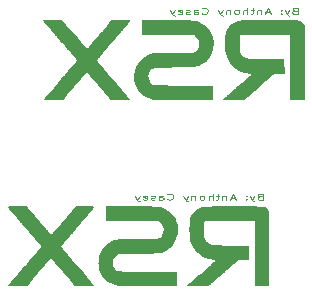
<source format=gbr>
%TF.GenerationSoftware,KiCad,Pcbnew,8.0.3*%
%TF.CreationDate,2025-09-30T21:19:19-04:00*%
%TF.ProjectId,NewHallSensorsLimitSwitches,4e657748-616c-46c5-9365-6e736f72734c,rev?*%
%TF.SameCoordinates,Original*%
%TF.FileFunction,Legend,Bot*%
%TF.FilePolarity,Positive*%
%FSLAX46Y46*%
G04 Gerber Fmt 4.6, Leading zero omitted, Abs format (unit mm)*
G04 Created by KiCad (PCBNEW 8.0.3) date 2025-09-30 21:19:19*
%MOMM*%
%LPD*%
G01*
G04 APERTURE LIST*
%ADD10C,0.125000*%
%ADD11C,0.000000*%
G04 APERTURE END LIST*
D10*
X174729763Y-124427904D02*
X174615477Y-124451714D01*
X174615477Y-124451714D02*
X174577382Y-124475523D01*
X174577382Y-124475523D02*
X174539286Y-124523142D01*
X174539286Y-124523142D02*
X174539286Y-124594571D01*
X174539286Y-124594571D02*
X174577382Y-124642190D01*
X174577382Y-124642190D02*
X174615477Y-124666000D01*
X174615477Y-124666000D02*
X174691667Y-124689809D01*
X174691667Y-124689809D02*
X174996429Y-124689809D01*
X174996429Y-124689809D02*
X174996429Y-124189809D01*
X174996429Y-124189809D02*
X174729763Y-124189809D01*
X174729763Y-124189809D02*
X174653572Y-124213619D01*
X174653572Y-124213619D02*
X174615477Y-124237428D01*
X174615477Y-124237428D02*
X174577382Y-124285047D01*
X174577382Y-124285047D02*
X174577382Y-124332666D01*
X174577382Y-124332666D02*
X174615477Y-124380285D01*
X174615477Y-124380285D02*
X174653572Y-124404095D01*
X174653572Y-124404095D02*
X174729763Y-124427904D01*
X174729763Y-124427904D02*
X174996429Y-124427904D01*
X174272620Y-124356476D02*
X174082144Y-124689809D01*
X173891667Y-124356476D02*
X174082144Y-124689809D01*
X174082144Y-124689809D02*
X174158334Y-124808857D01*
X174158334Y-124808857D02*
X174196429Y-124832666D01*
X174196429Y-124832666D02*
X174272620Y-124856476D01*
X173586905Y-124642190D02*
X173548810Y-124666000D01*
X173548810Y-124666000D02*
X173586905Y-124689809D01*
X173586905Y-124689809D02*
X173625001Y-124666000D01*
X173625001Y-124666000D02*
X173586905Y-124642190D01*
X173586905Y-124642190D02*
X173586905Y-124689809D01*
X173586905Y-124380285D02*
X173548810Y-124404095D01*
X173548810Y-124404095D02*
X173586905Y-124427904D01*
X173586905Y-124427904D02*
X173625001Y-124404095D01*
X173625001Y-124404095D02*
X173586905Y-124380285D01*
X173586905Y-124380285D02*
X173586905Y-124427904D01*
X172634525Y-124546952D02*
X172253572Y-124546952D01*
X172710715Y-124689809D02*
X172444048Y-124189809D01*
X172444048Y-124189809D02*
X172177382Y-124689809D01*
X171910715Y-124356476D02*
X171910715Y-124689809D01*
X171910715Y-124404095D02*
X171872620Y-124380285D01*
X171872620Y-124380285D02*
X171796430Y-124356476D01*
X171796430Y-124356476D02*
X171682144Y-124356476D01*
X171682144Y-124356476D02*
X171605953Y-124380285D01*
X171605953Y-124380285D02*
X171567858Y-124427904D01*
X171567858Y-124427904D02*
X171567858Y-124689809D01*
X171301191Y-124356476D02*
X170996429Y-124356476D01*
X171186905Y-124189809D02*
X171186905Y-124618380D01*
X171186905Y-124618380D02*
X171148810Y-124666000D01*
X171148810Y-124666000D02*
X171072620Y-124689809D01*
X171072620Y-124689809D02*
X170996429Y-124689809D01*
X170729762Y-124689809D02*
X170729762Y-124189809D01*
X170386905Y-124689809D02*
X170386905Y-124427904D01*
X170386905Y-124427904D02*
X170425000Y-124380285D01*
X170425000Y-124380285D02*
X170501191Y-124356476D01*
X170501191Y-124356476D02*
X170615477Y-124356476D01*
X170615477Y-124356476D02*
X170691667Y-124380285D01*
X170691667Y-124380285D02*
X170729762Y-124404095D01*
X169891667Y-124689809D02*
X169967857Y-124666000D01*
X169967857Y-124666000D02*
X170005952Y-124642190D01*
X170005952Y-124642190D02*
X170044048Y-124594571D01*
X170044048Y-124594571D02*
X170044048Y-124451714D01*
X170044048Y-124451714D02*
X170005952Y-124404095D01*
X170005952Y-124404095D02*
X169967857Y-124380285D01*
X169967857Y-124380285D02*
X169891667Y-124356476D01*
X169891667Y-124356476D02*
X169777381Y-124356476D01*
X169777381Y-124356476D02*
X169701190Y-124380285D01*
X169701190Y-124380285D02*
X169663095Y-124404095D01*
X169663095Y-124404095D02*
X169625000Y-124451714D01*
X169625000Y-124451714D02*
X169625000Y-124594571D01*
X169625000Y-124594571D02*
X169663095Y-124642190D01*
X169663095Y-124642190D02*
X169701190Y-124666000D01*
X169701190Y-124666000D02*
X169777381Y-124689809D01*
X169777381Y-124689809D02*
X169891667Y-124689809D01*
X169282142Y-124356476D02*
X169282142Y-124689809D01*
X169282142Y-124404095D02*
X169244047Y-124380285D01*
X169244047Y-124380285D02*
X169167857Y-124356476D01*
X169167857Y-124356476D02*
X169053571Y-124356476D01*
X169053571Y-124356476D02*
X168977380Y-124380285D01*
X168977380Y-124380285D02*
X168939285Y-124427904D01*
X168939285Y-124427904D02*
X168939285Y-124689809D01*
X168634523Y-124356476D02*
X168444047Y-124689809D01*
X168253570Y-124356476D02*
X168444047Y-124689809D01*
X168444047Y-124689809D02*
X168520237Y-124808857D01*
X168520237Y-124808857D02*
X168558332Y-124832666D01*
X168558332Y-124832666D02*
X168634523Y-124856476D01*
X166882141Y-124642190D02*
X166920237Y-124666000D01*
X166920237Y-124666000D02*
X167034522Y-124689809D01*
X167034522Y-124689809D02*
X167110713Y-124689809D01*
X167110713Y-124689809D02*
X167224999Y-124666000D01*
X167224999Y-124666000D02*
X167301189Y-124618380D01*
X167301189Y-124618380D02*
X167339284Y-124570761D01*
X167339284Y-124570761D02*
X167377380Y-124475523D01*
X167377380Y-124475523D02*
X167377380Y-124404095D01*
X167377380Y-124404095D02*
X167339284Y-124308857D01*
X167339284Y-124308857D02*
X167301189Y-124261238D01*
X167301189Y-124261238D02*
X167224999Y-124213619D01*
X167224999Y-124213619D02*
X167110713Y-124189809D01*
X167110713Y-124189809D02*
X167034522Y-124189809D01*
X167034522Y-124189809D02*
X166920237Y-124213619D01*
X166920237Y-124213619D02*
X166882141Y-124237428D01*
X166196427Y-124689809D02*
X166196427Y-124427904D01*
X166196427Y-124427904D02*
X166234522Y-124380285D01*
X166234522Y-124380285D02*
X166310713Y-124356476D01*
X166310713Y-124356476D02*
X166463094Y-124356476D01*
X166463094Y-124356476D02*
X166539284Y-124380285D01*
X166196427Y-124666000D02*
X166272618Y-124689809D01*
X166272618Y-124689809D02*
X166463094Y-124689809D01*
X166463094Y-124689809D02*
X166539284Y-124666000D01*
X166539284Y-124666000D02*
X166577380Y-124618380D01*
X166577380Y-124618380D02*
X166577380Y-124570761D01*
X166577380Y-124570761D02*
X166539284Y-124523142D01*
X166539284Y-124523142D02*
X166463094Y-124499333D01*
X166463094Y-124499333D02*
X166272618Y-124499333D01*
X166272618Y-124499333D02*
X166196427Y-124475523D01*
X165853570Y-124666000D02*
X165777379Y-124689809D01*
X165777379Y-124689809D02*
X165624998Y-124689809D01*
X165624998Y-124689809D02*
X165548808Y-124666000D01*
X165548808Y-124666000D02*
X165510712Y-124618380D01*
X165510712Y-124618380D02*
X165510712Y-124594571D01*
X165510712Y-124594571D02*
X165548808Y-124546952D01*
X165548808Y-124546952D02*
X165624998Y-124523142D01*
X165624998Y-124523142D02*
X165739284Y-124523142D01*
X165739284Y-124523142D02*
X165815474Y-124499333D01*
X165815474Y-124499333D02*
X165853570Y-124451714D01*
X165853570Y-124451714D02*
X165853570Y-124427904D01*
X165853570Y-124427904D02*
X165815474Y-124380285D01*
X165815474Y-124380285D02*
X165739284Y-124356476D01*
X165739284Y-124356476D02*
X165624998Y-124356476D01*
X165624998Y-124356476D02*
X165548808Y-124380285D01*
X164863093Y-124666000D02*
X164939284Y-124689809D01*
X164939284Y-124689809D02*
X165091665Y-124689809D01*
X165091665Y-124689809D02*
X165167855Y-124666000D01*
X165167855Y-124666000D02*
X165205951Y-124618380D01*
X165205951Y-124618380D02*
X165205951Y-124427904D01*
X165205951Y-124427904D02*
X165167855Y-124380285D01*
X165167855Y-124380285D02*
X165091665Y-124356476D01*
X165091665Y-124356476D02*
X164939284Y-124356476D01*
X164939284Y-124356476D02*
X164863093Y-124380285D01*
X164863093Y-124380285D02*
X164824998Y-124427904D01*
X164824998Y-124427904D02*
X164824998Y-124475523D01*
X164824998Y-124475523D02*
X165205951Y-124523142D01*
X164558332Y-124356476D02*
X164367856Y-124689809D01*
X164177379Y-124356476D02*
X164367856Y-124689809D01*
X164367856Y-124689809D02*
X164444046Y-124808857D01*
X164444046Y-124808857D02*
X164482141Y-124832666D01*
X164482141Y-124832666D02*
X164558332Y-124856476D01*
X177684763Y-108702904D02*
X177570477Y-108726714D01*
X177570477Y-108726714D02*
X177532382Y-108750523D01*
X177532382Y-108750523D02*
X177494286Y-108798142D01*
X177494286Y-108798142D02*
X177494286Y-108869571D01*
X177494286Y-108869571D02*
X177532382Y-108917190D01*
X177532382Y-108917190D02*
X177570477Y-108941000D01*
X177570477Y-108941000D02*
X177646667Y-108964809D01*
X177646667Y-108964809D02*
X177951429Y-108964809D01*
X177951429Y-108964809D02*
X177951429Y-108464809D01*
X177951429Y-108464809D02*
X177684763Y-108464809D01*
X177684763Y-108464809D02*
X177608572Y-108488619D01*
X177608572Y-108488619D02*
X177570477Y-108512428D01*
X177570477Y-108512428D02*
X177532382Y-108560047D01*
X177532382Y-108560047D02*
X177532382Y-108607666D01*
X177532382Y-108607666D02*
X177570477Y-108655285D01*
X177570477Y-108655285D02*
X177608572Y-108679095D01*
X177608572Y-108679095D02*
X177684763Y-108702904D01*
X177684763Y-108702904D02*
X177951429Y-108702904D01*
X177227620Y-108631476D02*
X177037144Y-108964809D01*
X176846667Y-108631476D02*
X177037144Y-108964809D01*
X177037144Y-108964809D02*
X177113334Y-109083857D01*
X177113334Y-109083857D02*
X177151429Y-109107666D01*
X177151429Y-109107666D02*
X177227620Y-109131476D01*
X176541905Y-108917190D02*
X176503810Y-108941000D01*
X176503810Y-108941000D02*
X176541905Y-108964809D01*
X176541905Y-108964809D02*
X176580001Y-108941000D01*
X176580001Y-108941000D02*
X176541905Y-108917190D01*
X176541905Y-108917190D02*
X176541905Y-108964809D01*
X176541905Y-108655285D02*
X176503810Y-108679095D01*
X176503810Y-108679095D02*
X176541905Y-108702904D01*
X176541905Y-108702904D02*
X176580001Y-108679095D01*
X176580001Y-108679095D02*
X176541905Y-108655285D01*
X176541905Y-108655285D02*
X176541905Y-108702904D01*
X175589525Y-108821952D02*
X175208572Y-108821952D01*
X175665715Y-108964809D02*
X175399048Y-108464809D01*
X175399048Y-108464809D02*
X175132382Y-108964809D01*
X174865715Y-108631476D02*
X174865715Y-108964809D01*
X174865715Y-108679095D02*
X174827620Y-108655285D01*
X174827620Y-108655285D02*
X174751430Y-108631476D01*
X174751430Y-108631476D02*
X174637144Y-108631476D01*
X174637144Y-108631476D02*
X174560953Y-108655285D01*
X174560953Y-108655285D02*
X174522858Y-108702904D01*
X174522858Y-108702904D02*
X174522858Y-108964809D01*
X174256191Y-108631476D02*
X173951429Y-108631476D01*
X174141905Y-108464809D02*
X174141905Y-108893380D01*
X174141905Y-108893380D02*
X174103810Y-108941000D01*
X174103810Y-108941000D02*
X174027620Y-108964809D01*
X174027620Y-108964809D02*
X173951429Y-108964809D01*
X173684762Y-108964809D02*
X173684762Y-108464809D01*
X173341905Y-108964809D02*
X173341905Y-108702904D01*
X173341905Y-108702904D02*
X173380000Y-108655285D01*
X173380000Y-108655285D02*
X173456191Y-108631476D01*
X173456191Y-108631476D02*
X173570477Y-108631476D01*
X173570477Y-108631476D02*
X173646667Y-108655285D01*
X173646667Y-108655285D02*
X173684762Y-108679095D01*
X172846667Y-108964809D02*
X172922857Y-108941000D01*
X172922857Y-108941000D02*
X172960952Y-108917190D01*
X172960952Y-108917190D02*
X172999048Y-108869571D01*
X172999048Y-108869571D02*
X172999048Y-108726714D01*
X172999048Y-108726714D02*
X172960952Y-108679095D01*
X172960952Y-108679095D02*
X172922857Y-108655285D01*
X172922857Y-108655285D02*
X172846667Y-108631476D01*
X172846667Y-108631476D02*
X172732381Y-108631476D01*
X172732381Y-108631476D02*
X172656190Y-108655285D01*
X172656190Y-108655285D02*
X172618095Y-108679095D01*
X172618095Y-108679095D02*
X172580000Y-108726714D01*
X172580000Y-108726714D02*
X172580000Y-108869571D01*
X172580000Y-108869571D02*
X172618095Y-108917190D01*
X172618095Y-108917190D02*
X172656190Y-108941000D01*
X172656190Y-108941000D02*
X172732381Y-108964809D01*
X172732381Y-108964809D02*
X172846667Y-108964809D01*
X172237142Y-108631476D02*
X172237142Y-108964809D01*
X172237142Y-108679095D02*
X172199047Y-108655285D01*
X172199047Y-108655285D02*
X172122857Y-108631476D01*
X172122857Y-108631476D02*
X172008571Y-108631476D01*
X172008571Y-108631476D02*
X171932380Y-108655285D01*
X171932380Y-108655285D02*
X171894285Y-108702904D01*
X171894285Y-108702904D02*
X171894285Y-108964809D01*
X171589523Y-108631476D02*
X171399047Y-108964809D01*
X171208570Y-108631476D02*
X171399047Y-108964809D01*
X171399047Y-108964809D02*
X171475237Y-109083857D01*
X171475237Y-109083857D02*
X171513332Y-109107666D01*
X171513332Y-109107666D02*
X171589523Y-109131476D01*
X169837141Y-108917190D02*
X169875237Y-108941000D01*
X169875237Y-108941000D02*
X169989522Y-108964809D01*
X169989522Y-108964809D02*
X170065713Y-108964809D01*
X170065713Y-108964809D02*
X170179999Y-108941000D01*
X170179999Y-108941000D02*
X170256189Y-108893380D01*
X170256189Y-108893380D02*
X170294284Y-108845761D01*
X170294284Y-108845761D02*
X170332380Y-108750523D01*
X170332380Y-108750523D02*
X170332380Y-108679095D01*
X170332380Y-108679095D02*
X170294284Y-108583857D01*
X170294284Y-108583857D02*
X170256189Y-108536238D01*
X170256189Y-108536238D02*
X170179999Y-108488619D01*
X170179999Y-108488619D02*
X170065713Y-108464809D01*
X170065713Y-108464809D02*
X169989522Y-108464809D01*
X169989522Y-108464809D02*
X169875237Y-108488619D01*
X169875237Y-108488619D02*
X169837141Y-108512428D01*
X169151427Y-108964809D02*
X169151427Y-108702904D01*
X169151427Y-108702904D02*
X169189522Y-108655285D01*
X169189522Y-108655285D02*
X169265713Y-108631476D01*
X169265713Y-108631476D02*
X169418094Y-108631476D01*
X169418094Y-108631476D02*
X169494284Y-108655285D01*
X169151427Y-108941000D02*
X169227618Y-108964809D01*
X169227618Y-108964809D02*
X169418094Y-108964809D01*
X169418094Y-108964809D02*
X169494284Y-108941000D01*
X169494284Y-108941000D02*
X169532380Y-108893380D01*
X169532380Y-108893380D02*
X169532380Y-108845761D01*
X169532380Y-108845761D02*
X169494284Y-108798142D01*
X169494284Y-108798142D02*
X169418094Y-108774333D01*
X169418094Y-108774333D02*
X169227618Y-108774333D01*
X169227618Y-108774333D02*
X169151427Y-108750523D01*
X168808570Y-108941000D02*
X168732379Y-108964809D01*
X168732379Y-108964809D02*
X168579998Y-108964809D01*
X168579998Y-108964809D02*
X168503808Y-108941000D01*
X168503808Y-108941000D02*
X168465712Y-108893380D01*
X168465712Y-108893380D02*
X168465712Y-108869571D01*
X168465712Y-108869571D02*
X168503808Y-108821952D01*
X168503808Y-108821952D02*
X168579998Y-108798142D01*
X168579998Y-108798142D02*
X168694284Y-108798142D01*
X168694284Y-108798142D02*
X168770474Y-108774333D01*
X168770474Y-108774333D02*
X168808570Y-108726714D01*
X168808570Y-108726714D02*
X168808570Y-108702904D01*
X168808570Y-108702904D02*
X168770474Y-108655285D01*
X168770474Y-108655285D02*
X168694284Y-108631476D01*
X168694284Y-108631476D02*
X168579998Y-108631476D01*
X168579998Y-108631476D02*
X168503808Y-108655285D01*
X167818093Y-108941000D02*
X167894284Y-108964809D01*
X167894284Y-108964809D02*
X168046665Y-108964809D01*
X168046665Y-108964809D02*
X168122855Y-108941000D01*
X168122855Y-108941000D02*
X168160951Y-108893380D01*
X168160951Y-108893380D02*
X168160951Y-108702904D01*
X168160951Y-108702904D02*
X168122855Y-108655285D01*
X168122855Y-108655285D02*
X168046665Y-108631476D01*
X168046665Y-108631476D02*
X167894284Y-108631476D01*
X167894284Y-108631476D02*
X167818093Y-108655285D01*
X167818093Y-108655285D02*
X167779998Y-108702904D01*
X167779998Y-108702904D02*
X167779998Y-108750523D01*
X167779998Y-108750523D02*
X168160951Y-108798142D01*
X167513332Y-108631476D02*
X167322856Y-108964809D01*
X167132379Y-108631476D02*
X167322856Y-108964809D01*
X167322856Y-108964809D02*
X167399046Y-109083857D01*
X167399046Y-109083857D02*
X167437141Y-109107666D01*
X167437141Y-109107666D02*
X167513332Y-109131476D01*
D11*
%TO.C,G\u002A\u002A\u002A*%
G36*
X164088846Y-125276381D02*
G01*
X164351052Y-125276421D01*
X164589587Y-125276534D01*
X164805736Y-125276760D01*
X165000780Y-125277138D01*
X165176002Y-125277705D01*
X165332686Y-125278501D01*
X165472115Y-125279564D01*
X165595571Y-125280933D01*
X165704338Y-125282647D01*
X165799699Y-125284744D01*
X165882936Y-125287263D01*
X165955332Y-125290243D01*
X166018171Y-125293722D01*
X166072735Y-125297739D01*
X166120308Y-125302333D01*
X166162173Y-125307543D01*
X166199611Y-125313406D01*
X166233907Y-125319962D01*
X166266344Y-125327250D01*
X166298204Y-125335308D01*
X166330770Y-125344175D01*
X166365326Y-125353889D01*
X166388892Y-125360655D01*
X166548030Y-125413587D01*
X166695529Y-125477033D01*
X166839777Y-125554994D01*
X166989162Y-125651471D01*
X167143727Y-125767842D01*
X167287146Y-125899064D01*
X167411120Y-126041026D01*
X167519082Y-126197689D01*
X167614465Y-126373015D01*
X167670941Y-126502077D01*
X167727290Y-126672284D01*
X167766899Y-126852604D01*
X167790597Y-127047021D01*
X167799215Y-127259520D01*
X167798488Y-127339035D01*
X167780980Y-127575955D01*
X167740473Y-127800463D01*
X167677035Y-128012396D01*
X167590731Y-128211591D01*
X167481630Y-128397884D01*
X167349798Y-128571113D01*
X167195303Y-128731114D01*
X167152619Y-128769289D01*
X166983134Y-128899199D01*
X166796787Y-129011095D01*
X166596368Y-129103812D01*
X166384668Y-129176186D01*
X166164477Y-129227055D01*
X165938586Y-129255254D01*
X165937355Y-129255340D01*
X165903248Y-129256761D01*
X165844895Y-129258158D01*
X165764200Y-129259513D01*
X165663069Y-129260814D01*
X165543407Y-129262045D01*
X165407121Y-129263192D01*
X165256115Y-129264240D01*
X165092295Y-129265175D01*
X164917568Y-129265981D01*
X164733838Y-129266644D01*
X164543010Y-129267150D01*
X164346992Y-129267484D01*
X164180056Y-129267760D01*
X163981335Y-129268284D01*
X163793240Y-129268996D01*
X163617336Y-129269881D01*
X163455187Y-129270924D01*
X163308357Y-129272111D01*
X163178409Y-129273428D01*
X163066908Y-129274860D01*
X162975417Y-129276393D01*
X162905502Y-129278012D01*
X162858725Y-129279703D01*
X162836650Y-129281451D01*
X162737659Y-129307408D01*
X162621707Y-129359825D01*
X162521341Y-129433310D01*
X162436214Y-129528132D01*
X162365975Y-129644561D01*
X162336267Y-129712870D01*
X162297481Y-129849536D01*
X162281263Y-129992372D01*
X162287600Y-130136644D01*
X162316482Y-130277620D01*
X162367895Y-130410567D01*
X162382014Y-130437251D01*
X162439236Y-130522220D01*
X162509986Y-130601777D01*
X162587744Y-130669204D01*
X162665992Y-130717784D01*
X162667454Y-130718493D01*
X162685324Y-130727338D01*
X162701723Y-130735445D01*
X162717806Y-130742845D01*
X162734730Y-130749570D01*
X162753650Y-130755654D01*
X162775721Y-130761128D01*
X162802100Y-130766024D01*
X162833943Y-130770375D01*
X162872404Y-130774213D01*
X162918640Y-130777571D01*
X162973807Y-130780479D01*
X163039060Y-130782972D01*
X163115555Y-130785080D01*
X163204448Y-130786837D01*
X163306895Y-130788275D01*
X163424051Y-130789425D01*
X163557072Y-130790320D01*
X163707113Y-130790993D01*
X163875332Y-130791475D01*
X164062882Y-130791799D01*
X164270921Y-130791998D01*
X164500603Y-130792102D01*
X164753085Y-130792146D01*
X165029522Y-130792160D01*
X165331070Y-130792177D01*
X167744333Y-130792405D01*
X167744333Y-131403108D01*
X167744333Y-132013812D01*
X165409871Y-132013676D01*
X165313821Y-132013664D01*
X164988819Y-132013517D01*
X164686027Y-132013210D01*
X164405781Y-132012745D01*
X164148421Y-132012124D01*
X163914285Y-132011347D01*
X163703710Y-132010418D01*
X163517034Y-132009338D01*
X163354596Y-132008110D01*
X163216734Y-132006734D01*
X163103786Y-132005213D01*
X163016091Y-132003548D01*
X162953985Y-132001743D01*
X162917808Y-131999797D01*
X162744811Y-131978703D01*
X162517216Y-131931553D01*
X162301257Y-131863943D01*
X162098691Y-131776660D01*
X161911273Y-131670490D01*
X161740758Y-131546220D01*
X161588903Y-131404635D01*
X161547375Y-131359417D01*
X161408956Y-131185397D01*
X161293519Y-131000239D01*
X161201728Y-130805293D01*
X161134245Y-130601909D01*
X161091731Y-130391436D01*
X161087442Y-130357640D01*
X161077129Y-130229987D01*
X161073273Y-130088920D01*
X161075634Y-129942267D01*
X161083972Y-129797858D01*
X161098047Y-129663525D01*
X161117619Y-129547097D01*
X161125620Y-129510872D01*
X161182834Y-129310294D01*
X161259560Y-129124377D01*
X161357455Y-128950097D01*
X161478177Y-128784430D01*
X161623382Y-128624353D01*
X161787892Y-128477373D01*
X161972730Y-128346788D01*
X162174008Y-128236082D01*
X162390806Y-128145760D01*
X162622206Y-128076327D01*
X162760207Y-128042276D01*
X164382182Y-128034493D01*
X164383003Y-128034489D01*
X164626907Y-128033349D01*
X164846000Y-128032345D01*
X165041732Y-128031402D01*
X165215552Y-128030445D01*
X165368911Y-128029400D01*
X165503260Y-128028193D01*
X165620047Y-128026748D01*
X165720723Y-128024991D01*
X165806737Y-128022849D01*
X165879541Y-128020245D01*
X165940584Y-128017107D01*
X165991316Y-128013359D01*
X166033187Y-128008926D01*
X166067647Y-128003735D01*
X166096147Y-127997711D01*
X166120135Y-127990779D01*
X166141063Y-127982864D01*
X166160380Y-127973893D01*
X166179536Y-127963791D01*
X166199981Y-127952483D01*
X166223166Y-127939894D01*
X166249659Y-127924979D01*
X166346035Y-127853181D01*
X166426090Y-127764785D01*
X166489816Y-127662884D01*
X166537204Y-127550569D01*
X166568244Y-127430930D01*
X166582929Y-127307059D01*
X166581250Y-127182047D01*
X166563197Y-127058985D01*
X166528762Y-126940965D01*
X166477937Y-126831077D01*
X166410711Y-126732412D01*
X166327078Y-126648063D01*
X166227027Y-126581119D01*
X166218373Y-126576472D01*
X166198920Y-126565556D01*
X166181631Y-126555624D01*
X166165271Y-126546627D01*
X166148604Y-126538516D01*
X166130392Y-126531242D01*
X166109401Y-126524759D01*
X166084394Y-126519016D01*
X166054134Y-126513965D01*
X166017386Y-126509558D01*
X165972914Y-126505747D01*
X165919481Y-126502482D01*
X165855851Y-126499716D01*
X165780788Y-126497399D01*
X165693057Y-126495484D01*
X165591420Y-126493922D01*
X165474642Y-126492664D01*
X165341486Y-126491662D01*
X165190717Y-126490868D01*
X165021099Y-126490232D01*
X164831394Y-126489706D01*
X164620368Y-126489243D01*
X164386783Y-126488793D01*
X164129405Y-126488307D01*
X163846996Y-126487738D01*
X161689834Y-126483158D01*
X161689834Y-125879767D01*
X161689834Y-125276376D01*
X163794543Y-125276376D01*
X163801687Y-125276376D01*
X164088846Y-125276381D01*
G37*
G36*
X172821123Y-125276813D02*
G01*
X173042060Y-125276992D01*
X173259394Y-125277272D01*
X173471505Y-125277652D01*
X173676774Y-125278132D01*
X173873583Y-125278713D01*
X174060314Y-125279393D01*
X174235346Y-125280172D01*
X174397062Y-125281051D01*
X174543843Y-125282030D01*
X174674070Y-125283107D01*
X174786124Y-125284283D01*
X174878387Y-125285558D01*
X174949239Y-125286931D01*
X174997062Y-125288402D01*
X175020238Y-125289971D01*
X175095317Y-125307249D01*
X175204483Y-125353527D01*
X175302767Y-125421485D01*
X175386907Y-125508692D01*
X175453640Y-125612721D01*
X175499607Y-125702833D01*
X175503023Y-128858322D01*
X175506439Y-132013812D01*
X174902170Y-132013812D01*
X174297901Y-132013812D01*
X174297901Y-129255797D01*
X174297901Y-126497783D01*
X174202684Y-126497658D01*
X174199597Y-126497655D01*
X174170061Y-126497643D01*
X174116117Y-126497635D01*
X174039285Y-126497630D01*
X173941089Y-126497629D01*
X173823048Y-126497630D01*
X173686685Y-126497636D01*
X173533521Y-126497644D01*
X173365077Y-126497655D01*
X173182876Y-126497670D01*
X172988439Y-126497687D01*
X172783287Y-126497707D01*
X172568941Y-126497729D01*
X172346924Y-126497754D01*
X172118756Y-126497782D01*
X171866165Y-126497825D01*
X171621932Y-126497902D01*
X171401539Y-126498024D01*
X171203737Y-126498206D01*
X171027275Y-126498462D01*
X170870903Y-126498806D01*
X170733371Y-126499254D01*
X170613429Y-126499818D01*
X170509825Y-126500513D01*
X170421311Y-126501354D01*
X170346636Y-126502354D01*
X170284549Y-126503528D01*
X170233800Y-126504890D01*
X170193140Y-126506455D01*
X170161318Y-126508236D01*
X170137084Y-126510248D01*
X170119187Y-126512505D01*
X170106377Y-126515022D01*
X170097404Y-126517812D01*
X170091019Y-126520890D01*
X170056171Y-126547174D01*
X170024351Y-126580813D01*
X170019679Y-126587356D01*
X170013601Y-126598084D01*
X170008661Y-126611992D01*
X170004714Y-126631645D01*
X170001619Y-126659608D01*
X169999233Y-126698447D01*
X169997414Y-126750725D01*
X169996018Y-126819010D01*
X169994904Y-126905865D01*
X169993927Y-127013856D01*
X169992947Y-127145549D01*
X169992336Y-127243514D01*
X169991999Y-127376739D01*
X169992631Y-127488480D01*
X169994482Y-127581649D01*
X169997802Y-127659158D01*
X170002838Y-127723919D01*
X170009841Y-127778843D01*
X170019060Y-127826843D01*
X170030743Y-127870831D01*
X170045140Y-127913718D01*
X170062500Y-127958416D01*
X170090758Y-128018829D01*
X170146040Y-128112099D01*
X170211902Y-128202530D01*
X170281488Y-128280053D01*
X170296165Y-128294001D01*
X170398558Y-128374299D01*
X170519305Y-128445046D01*
X170652277Y-128503482D01*
X170791345Y-128546845D01*
X170930381Y-128572374D01*
X170948823Y-128573838D01*
X170998424Y-128575975D01*
X171072493Y-128577932D01*
X171169935Y-128579699D01*
X171289657Y-128581264D01*
X171430562Y-128582619D01*
X171591556Y-128583754D01*
X171771544Y-128584657D01*
X171969432Y-128585321D01*
X172184124Y-128585734D01*
X172414525Y-128585886D01*
X173781667Y-128585994D01*
X173790768Y-128943879D01*
X173792253Y-129006554D01*
X173794564Y-129124145D01*
X173796425Y-129245164D01*
X173797742Y-129362190D01*
X173798423Y-129467803D01*
X173798375Y-129554582D01*
X173796881Y-129807400D01*
X173357154Y-129807400D01*
X172917426Y-129807400D01*
X172783543Y-129926644D01*
X172770940Y-129937803D01*
X172729587Y-129974042D01*
X172671274Y-130024814D01*
X172598048Y-130088350D01*
X172511957Y-130162880D01*
X172415047Y-130246634D01*
X172309365Y-130337843D01*
X172196957Y-130434738D01*
X172079872Y-130535547D01*
X171960155Y-130638503D01*
X171908747Y-130682696D01*
X171789107Y-130785621D01*
X171672540Y-130886001D01*
X171561152Y-130982015D01*
X171457051Y-131071844D01*
X171362345Y-131153668D01*
X171279141Y-131225665D01*
X171209547Y-131286017D01*
X171155670Y-131332901D01*
X171119617Y-131364499D01*
X171089805Y-131390801D01*
X171026807Y-131446286D01*
X170951958Y-131512120D01*
X170870219Y-131583943D01*
X170786551Y-131657394D01*
X170705915Y-131728114D01*
X170640206Y-131785780D01*
X170573216Y-131844727D01*
X170514154Y-131896858D01*
X170465982Y-131939554D01*
X170431661Y-131970196D01*
X170414152Y-131986166D01*
X170385057Y-132013987D01*
X169450035Y-132010616D01*
X168515013Y-132007245D01*
X168670385Y-131869344D01*
X168681916Y-131859110D01*
X168750592Y-131798141D01*
X168823799Y-131733134D01*
X168893477Y-131671245D01*
X168951565Y-131619632D01*
X168975809Y-131598284D01*
X169023032Y-131557118D01*
X169086225Y-131502323D01*
X169163141Y-131435836D01*
X169251534Y-131359595D01*
X169349157Y-131275536D01*
X169453763Y-131185597D01*
X169563108Y-131091714D01*
X169674943Y-130995826D01*
X169723658Y-130954066D01*
X169892374Y-130809097D01*
X170053192Y-130670389D01*
X170205101Y-130538837D01*
X170347089Y-130415334D01*
X170478145Y-130300775D01*
X170597259Y-130196054D01*
X170703419Y-130102065D01*
X170795614Y-130019703D01*
X170872834Y-129949860D01*
X170934067Y-129893433D01*
X170978302Y-129851314D01*
X171004528Y-129824398D01*
X171011734Y-129813579D01*
X171011694Y-129813547D01*
X170997425Y-129811017D01*
X170962311Y-129806796D01*
X170911561Y-129801464D01*
X170850383Y-129795601D01*
X170623812Y-129765329D01*
X170391092Y-129711922D01*
X170168412Y-129636154D01*
X169952480Y-129537078D01*
X169928240Y-129524301D01*
X169723099Y-129400811D01*
X169535482Y-129259500D01*
X169366441Y-129101708D01*
X169217024Y-128928775D01*
X169088282Y-128742042D01*
X168981265Y-128542849D01*
X168897022Y-128332537D01*
X168836604Y-128112447D01*
X168834561Y-128102851D01*
X168819696Y-128027358D01*
X168807446Y-127952384D01*
X168797602Y-127874582D01*
X168789957Y-127790608D01*
X168784303Y-127697113D01*
X168780430Y-127590753D01*
X168778132Y-127468181D01*
X168777200Y-127326052D01*
X168777426Y-127161019D01*
X168777828Y-127081375D01*
X168779061Y-126941530D01*
X168781050Y-126823218D01*
X168784013Y-126723296D01*
X168788165Y-126638619D01*
X168793724Y-126566042D01*
X168800905Y-126502421D01*
X168809924Y-126444611D01*
X168820999Y-126389468D01*
X168834346Y-126333847D01*
X168849159Y-126280805D01*
X168911922Y-126114857D01*
X168996039Y-125957313D01*
X169099074Y-125810675D01*
X169218595Y-125677444D01*
X169352167Y-125560119D01*
X169497355Y-125461202D01*
X169651725Y-125383194D01*
X169812844Y-125328596D01*
X169857210Y-125318911D01*
X169927861Y-125307028D01*
X170006235Y-125296683D01*
X170082079Y-125289370D01*
X170082386Y-125289347D01*
X170116917Y-125287786D01*
X170175364Y-125286329D01*
X170256107Y-125284976D01*
X170357527Y-125283726D01*
X170478006Y-125282580D01*
X170615926Y-125281537D01*
X170769667Y-125280597D01*
X170937611Y-125279759D01*
X171118138Y-125279024D01*
X171309630Y-125278392D01*
X171510469Y-125277861D01*
X171719035Y-125277433D01*
X171933711Y-125277106D01*
X172152876Y-125276881D01*
X172374912Y-125276757D01*
X172598201Y-125276735D01*
X172821123Y-125276813D01*
G37*
G36*
X159944425Y-125276575D02*
G01*
X160023806Y-125276644D01*
X160181286Y-125276891D01*
X160315088Y-125277306D01*
X160426994Y-125277930D01*
X160518788Y-125278806D01*
X160592252Y-125279975D01*
X160649169Y-125281480D01*
X160691322Y-125283362D01*
X160720494Y-125285664D01*
X160738468Y-125288427D01*
X160747027Y-125291693D01*
X160747953Y-125295505D01*
X160741595Y-125304134D01*
X160719540Y-125331536D01*
X160683884Y-125374790D01*
X160636635Y-125431519D01*
X160579801Y-125499345D01*
X160515387Y-125575893D01*
X160445402Y-125658787D01*
X160371852Y-125745649D01*
X160296745Y-125834103D01*
X160222089Y-125921773D01*
X160149889Y-126006283D01*
X160082155Y-126085255D01*
X160020891Y-126156314D01*
X159984461Y-126198496D01*
X159922208Y-126270774D01*
X159850732Y-126353936D01*
X159772669Y-126444903D01*
X159690654Y-126540594D01*
X159607321Y-126637930D01*
X159525306Y-126733831D01*
X159447244Y-126825217D01*
X159375769Y-126909007D01*
X159313517Y-126982123D01*
X159263122Y-127041483D01*
X159227219Y-127084009D01*
X159224135Y-127087678D01*
X159192814Y-127124721D01*
X159147853Y-127177643D01*
X159092293Y-127242878D01*
X159029174Y-127316859D01*
X158961537Y-127396019D01*
X158892420Y-127476792D01*
X158884147Y-127486453D01*
X158814556Y-127567779D01*
X158746416Y-127647498D01*
X158682856Y-127721943D01*
X158627006Y-127787447D01*
X158581995Y-127840344D01*
X158550951Y-127876966D01*
X158541223Y-127888479D01*
X158505371Y-127930835D01*
X158456546Y-127988450D01*
X158397661Y-128057887D01*
X158331630Y-128135712D01*
X158261366Y-128218489D01*
X158189783Y-128302784D01*
X158149675Y-128350134D01*
X158085827Y-128426080D01*
X158028809Y-128494605D01*
X157980673Y-128553204D01*
X157943471Y-128599371D01*
X157919253Y-128630601D01*
X157910073Y-128644388D01*
X157909813Y-128646057D01*
X157910404Y-128650882D01*
X157913497Y-128658101D01*
X157920136Y-128668965D01*
X157931366Y-128684726D01*
X157948232Y-128706636D01*
X157971776Y-128735947D01*
X158003043Y-128773912D01*
X158043078Y-128821781D01*
X158092925Y-128880807D01*
X158153627Y-128952243D01*
X158226229Y-129037339D01*
X158311775Y-129137348D01*
X158411309Y-129253521D01*
X158525875Y-129387111D01*
X158656518Y-129539370D01*
X158863018Y-129780109D01*
X159251420Y-130233463D01*
X159638181Y-130685603D01*
X160015409Y-131127307D01*
X160024780Y-131138303D01*
X160074519Y-131196941D01*
X160136572Y-131270437D01*
X160207298Y-131354460D01*
X160283054Y-131444678D01*
X160360198Y-131536761D01*
X160435088Y-131626376D01*
X160473365Y-131672225D01*
X160538621Y-131750291D01*
X160598228Y-131821481D01*
X160649954Y-131883134D01*
X160691565Y-131932588D01*
X160720829Y-131967184D01*
X160735510Y-131984261D01*
X160761942Y-132013812D01*
X159934254Y-132013812D01*
X159106566Y-132013812D01*
X159004914Y-131892328D01*
X158950178Y-131826937D01*
X158903474Y-131771232D01*
X158861794Y-131721667D01*
X158821976Y-131674518D01*
X158780859Y-131626058D01*
X158735283Y-131572564D01*
X158682086Y-131510309D01*
X158618109Y-131435568D01*
X158540190Y-131344616D01*
X158480983Y-131275542D01*
X158366797Y-131142454D01*
X158263455Y-131022189D01*
X158171989Y-130915943D01*
X158093430Y-130824911D01*
X158028810Y-130750288D01*
X157979158Y-130693271D01*
X157945508Y-130655055D01*
X157944070Y-130653438D01*
X157919460Y-130625326D01*
X157881651Y-130581679D01*
X157834166Y-130526583D01*
X157780530Y-130464128D01*
X157724268Y-130398403D01*
X157685113Y-130352597D01*
X157587291Y-130238267D01*
X157499730Y-130136092D01*
X157423556Y-130047383D01*
X157359896Y-129973447D01*
X157309876Y-129915593D01*
X157274621Y-129875130D01*
X157255259Y-129853367D01*
X157249974Y-129847560D01*
X157225644Y-129820257D01*
X157191751Y-129781759D01*
X157153923Y-129738450D01*
X157137572Y-129720047D01*
X157103455Y-129684250D01*
X157076688Y-129659660D01*
X157061990Y-129650775D01*
X157058508Y-129651712D01*
X157051394Y-129656213D01*
X157040440Y-129665783D01*
X157024323Y-129681910D01*
X157001718Y-129706084D01*
X156971302Y-129739792D01*
X156931750Y-129784524D01*
X156881737Y-129841767D01*
X156819941Y-129913010D01*
X156745036Y-129999743D01*
X156655698Y-130103453D01*
X156550604Y-130225629D01*
X156344261Y-130465758D01*
X156149298Y-130692941D01*
X155967374Y-130905245D01*
X155799090Y-131101963D01*
X155645047Y-131282393D01*
X155505847Y-131445830D01*
X155382091Y-131591569D01*
X155274381Y-131718906D01*
X155183317Y-131827137D01*
X155026800Y-132013812D01*
X154206554Y-132013812D01*
X154040404Y-132013783D01*
X153897574Y-132013660D01*
X153777291Y-132013390D01*
X153677690Y-132012919D01*
X153596907Y-132012194D01*
X153533075Y-132011161D01*
X153484329Y-132009767D01*
X153448805Y-132007958D01*
X153424637Y-132005682D01*
X153409959Y-132002884D01*
X153402907Y-131999512D01*
X153401615Y-131995511D01*
X153404217Y-131990828D01*
X153426313Y-131962794D01*
X153462245Y-131918143D01*
X153506549Y-131864009D01*
X153560104Y-131799350D01*
X153623786Y-131723125D01*
X153698474Y-131634293D01*
X153785046Y-131531813D01*
X153884379Y-131414645D01*
X153997353Y-131281746D01*
X154124844Y-131132077D01*
X154267731Y-130964595D01*
X154426892Y-130778261D01*
X154516900Y-130672913D01*
X154620167Y-130551992D01*
X154722222Y-130432435D01*
X154820800Y-130316898D01*
X154913635Y-130208039D01*
X154998462Y-130108514D01*
X155073015Y-130020982D01*
X155135027Y-129948097D01*
X155182234Y-129892518D01*
X155230667Y-129835478D01*
X155310921Y-129741179D01*
X155398557Y-129638411D01*
X155490094Y-129531246D01*
X155582048Y-129423754D01*
X155670936Y-129320006D01*
X155753275Y-129224073D01*
X155825583Y-129140023D01*
X155884376Y-129071929D01*
X155965859Y-128977570D01*
X156044913Y-128885444D01*
X156112030Y-128806567D01*
X156166126Y-128742230D01*
X156206115Y-128693726D01*
X156230911Y-128662347D01*
X156239429Y-128649385D01*
X156238244Y-128645687D01*
X156225528Y-128625585D01*
X156203356Y-128596912D01*
X156201653Y-128594870D01*
X156183177Y-128573077D01*
X156149373Y-128533470D01*
X156101746Y-128477802D01*
X156041803Y-128407826D01*
X155971049Y-128325296D01*
X155890990Y-128231963D01*
X155803132Y-128129582D01*
X155708980Y-128019904D01*
X155610041Y-127904683D01*
X155507820Y-127785673D01*
X155403824Y-127664625D01*
X155299557Y-127543293D01*
X155196526Y-127423429D01*
X155096236Y-127306788D01*
X155000193Y-127195120D01*
X154909904Y-127090181D01*
X154826873Y-126993722D01*
X154752607Y-126907496D01*
X154688611Y-126833257D01*
X154636392Y-126772757D01*
X154611949Y-126744413D01*
X154570968Y-126696807D01*
X154518878Y-126636237D01*
X154458859Y-126566405D01*
X154394092Y-126491009D01*
X154327757Y-126413749D01*
X154210137Y-126276742D01*
X154057878Y-126099451D01*
X153920802Y-125939921D01*
X153799144Y-125798427D01*
X153693142Y-125675242D01*
X153603032Y-125570643D01*
X153529050Y-125484903D01*
X153471434Y-125418298D01*
X153430421Y-125371103D01*
X153406246Y-125343592D01*
X153392404Y-125327530D01*
X153371802Y-125300880D01*
X153363562Y-125285872D01*
X153363824Y-125285608D01*
X153380119Y-125283843D01*
X153420127Y-125282216D01*
X153481614Y-125280750D01*
X153562347Y-125279473D01*
X153660093Y-125278408D01*
X153772618Y-125277580D01*
X153897689Y-125277015D01*
X154033074Y-125276737D01*
X154176538Y-125276772D01*
X154989818Y-125277877D01*
X155061971Y-125352644D01*
X155063108Y-125353824D01*
X155081389Y-125373219D01*
X155104974Y-125398972D01*
X155134704Y-125432051D01*
X155171422Y-125473429D01*
X155215969Y-125524075D01*
X155269187Y-125584962D01*
X155331918Y-125657058D01*
X155405005Y-125741335D01*
X155489289Y-125838765D01*
X155585611Y-125950316D01*
X155694814Y-126076961D01*
X155817740Y-126219669D01*
X155955231Y-126379412D01*
X156108128Y-126557160D01*
X156277273Y-126753884D01*
X156308587Y-126790293D01*
X156367792Y-126859041D01*
X156422410Y-126922350D01*
X156469310Y-126976597D01*
X156505362Y-127018158D01*
X156527436Y-127043412D01*
X156529454Y-127045704D01*
X156552383Y-127072105D01*
X156589274Y-127114935D01*
X156637454Y-127171075D01*
X156694248Y-127237405D01*
X156756983Y-127310807D01*
X156822986Y-127388163D01*
X156840335Y-127408492D01*
X156902559Y-127481021D01*
X156958755Y-127545942D01*
X157006735Y-127600768D01*
X157044309Y-127643010D01*
X157069289Y-127670179D01*
X157079487Y-127679789D01*
X157080323Y-127679514D01*
X157087632Y-127673242D01*
X157102422Y-127657669D01*
X157125859Y-127631434D01*
X157159111Y-127593179D01*
X157203343Y-127541544D01*
X157259723Y-127475168D01*
X157329416Y-127392691D01*
X157413591Y-127292754D01*
X157513413Y-127173996D01*
X157520706Y-127165314D01*
X157690026Y-126964327D01*
X157872383Y-126748929D01*
X158069249Y-126517382D01*
X158282101Y-126267948D01*
X158308968Y-126236499D01*
X158394858Y-126135786D01*
X158485307Y-126029500D01*
X158575985Y-125922744D01*
X158662559Y-125820619D01*
X158740699Y-125728230D01*
X158806073Y-125650678D01*
X158855687Y-125591816D01*
X158916326Y-125520239D01*
X158971903Y-125455024D01*
X159019471Y-125399618D01*
X159056080Y-125357465D01*
X159078783Y-125332012D01*
X159130607Y-125276014D01*
X159944425Y-125276575D01*
G37*
G36*
X167113846Y-109521381D02*
G01*
X167376052Y-109521421D01*
X167614587Y-109521534D01*
X167830736Y-109521760D01*
X168025780Y-109522138D01*
X168201002Y-109522705D01*
X168357686Y-109523501D01*
X168497115Y-109524564D01*
X168620571Y-109525933D01*
X168729338Y-109527647D01*
X168824699Y-109529744D01*
X168907936Y-109532263D01*
X168980332Y-109535243D01*
X169043171Y-109538722D01*
X169097735Y-109542739D01*
X169145308Y-109547333D01*
X169187173Y-109552543D01*
X169224611Y-109558406D01*
X169258907Y-109564962D01*
X169291344Y-109572250D01*
X169323204Y-109580308D01*
X169355770Y-109589175D01*
X169390326Y-109598889D01*
X169413892Y-109605655D01*
X169573030Y-109658587D01*
X169720529Y-109722033D01*
X169864777Y-109799994D01*
X170014162Y-109896471D01*
X170168727Y-110012842D01*
X170312146Y-110144064D01*
X170436120Y-110286026D01*
X170544082Y-110442689D01*
X170639465Y-110618015D01*
X170695941Y-110747077D01*
X170752290Y-110917284D01*
X170791899Y-111097604D01*
X170815597Y-111292021D01*
X170824215Y-111504520D01*
X170823488Y-111584035D01*
X170805980Y-111820955D01*
X170765473Y-112045463D01*
X170702035Y-112257396D01*
X170615731Y-112456591D01*
X170506630Y-112642884D01*
X170374798Y-112816113D01*
X170220303Y-112976114D01*
X170177619Y-113014289D01*
X170008134Y-113144199D01*
X169821787Y-113256095D01*
X169621368Y-113348812D01*
X169409668Y-113421186D01*
X169189477Y-113472055D01*
X168963586Y-113500254D01*
X168962355Y-113500340D01*
X168928248Y-113501761D01*
X168869895Y-113503158D01*
X168789200Y-113504513D01*
X168688069Y-113505814D01*
X168568407Y-113507045D01*
X168432121Y-113508192D01*
X168281115Y-113509240D01*
X168117295Y-113510175D01*
X167942568Y-113510981D01*
X167758838Y-113511644D01*
X167568010Y-113512150D01*
X167371992Y-113512484D01*
X167205056Y-113512760D01*
X167006335Y-113513284D01*
X166818240Y-113513996D01*
X166642336Y-113514881D01*
X166480187Y-113515924D01*
X166333357Y-113517111D01*
X166203409Y-113518428D01*
X166091908Y-113519860D01*
X166000417Y-113521393D01*
X165930502Y-113523012D01*
X165883725Y-113524703D01*
X165861650Y-113526451D01*
X165762659Y-113552408D01*
X165646707Y-113604825D01*
X165546341Y-113678310D01*
X165461214Y-113773132D01*
X165390975Y-113889561D01*
X165361267Y-113957870D01*
X165322481Y-114094536D01*
X165306263Y-114237372D01*
X165312600Y-114381644D01*
X165341482Y-114522620D01*
X165392895Y-114655567D01*
X165407014Y-114682251D01*
X165464236Y-114767220D01*
X165534986Y-114846777D01*
X165612744Y-114914204D01*
X165690992Y-114962784D01*
X165692454Y-114963493D01*
X165710324Y-114972338D01*
X165726723Y-114980445D01*
X165742806Y-114987845D01*
X165759730Y-114994570D01*
X165778650Y-115000654D01*
X165800721Y-115006128D01*
X165827100Y-115011024D01*
X165858943Y-115015375D01*
X165897404Y-115019213D01*
X165943640Y-115022571D01*
X165998807Y-115025479D01*
X166064060Y-115027972D01*
X166140555Y-115030080D01*
X166229448Y-115031837D01*
X166331895Y-115033275D01*
X166449051Y-115034425D01*
X166582072Y-115035320D01*
X166732113Y-115035993D01*
X166900332Y-115036475D01*
X167087882Y-115036799D01*
X167295921Y-115036998D01*
X167525603Y-115037102D01*
X167778085Y-115037146D01*
X168054522Y-115037160D01*
X168356070Y-115037177D01*
X170769333Y-115037405D01*
X170769333Y-115648108D01*
X170769333Y-116258812D01*
X168434871Y-116258676D01*
X168338821Y-116258664D01*
X168013819Y-116258517D01*
X167711027Y-116258210D01*
X167430781Y-116257745D01*
X167173421Y-116257124D01*
X166939285Y-116256347D01*
X166728710Y-116255418D01*
X166542034Y-116254338D01*
X166379596Y-116253110D01*
X166241734Y-116251734D01*
X166128786Y-116250213D01*
X166041091Y-116248548D01*
X165978985Y-116246743D01*
X165942808Y-116244797D01*
X165769811Y-116223703D01*
X165542216Y-116176553D01*
X165326257Y-116108943D01*
X165123691Y-116021660D01*
X164936273Y-115915490D01*
X164765758Y-115791220D01*
X164613903Y-115649635D01*
X164572375Y-115604417D01*
X164433956Y-115430397D01*
X164318519Y-115245239D01*
X164226728Y-115050293D01*
X164159245Y-114846909D01*
X164116731Y-114636436D01*
X164112442Y-114602640D01*
X164102129Y-114474987D01*
X164098273Y-114333920D01*
X164100634Y-114187267D01*
X164108972Y-114042858D01*
X164123047Y-113908525D01*
X164142619Y-113792097D01*
X164150620Y-113755872D01*
X164207834Y-113555294D01*
X164284560Y-113369377D01*
X164382455Y-113195097D01*
X164503177Y-113029430D01*
X164648382Y-112869353D01*
X164812892Y-112722373D01*
X164997730Y-112591788D01*
X165199008Y-112481082D01*
X165415806Y-112390760D01*
X165647206Y-112321327D01*
X165785207Y-112287276D01*
X167407182Y-112279493D01*
X167408003Y-112279489D01*
X167651907Y-112278349D01*
X167871000Y-112277345D01*
X168066732Y-112276402D01*
X168240552Y-112275445D01*
X168393911Y-112274400D01*
X168528260Y-112273193D01*
X168645047Y-112271748D01*
X168745723Y-112269991D01*
X168831737Y-112267849D01*
X168904541Y-112265245D01*
X168965584Y-112262107D01*
X169016316Y-112258359D01*
X169058187Y-112253926D01*
X169092647Y-112248735D01*
X169121147Y-112242711D01*
X169145135Y-112235779D01*
X169166063Y-112227864D01*
X169185380Y-112218893D01*
X169204536Y-112208791D01*
X169224981Y-112197483D01*
X169248166Y-112184894D01*
X169274659Y-112169979D01*
X169371035Y-112098181D01*
X169451090Y-112009785D01*
X169514816Y-111907884D01*
X169562204Y-111795569D01*
X169593244Y-111675930D01*
X169607929Y-111552059D01*
X169606250Y-111427047D01*
X169588197Y-111303985D01*
X169553762Y-111185965D01*
X169502937Y-111076077D01*
X169435711Y-110977412D01*
X169352078Y-110893063D01*
X169252027Y-110826119D01*
X169243373Y-110821472D01*
X169223920Y-110810556D01*
X169206631Y-110800624D01*
X169190271Y-110791627D01*
X169173604Y-110783516D01*
X169155392Y-110776242D01*
X169134401Y-110769759D01*
X169109394Y-110764016D01*
X169079134Y-110758965D01*
X169042386Y-110754558D01*
X168997914Y-110750747D01*
X168944481Y-110747482D01*
X168880851Y-110744716D01*
X168805788Y-110742399D01*
X168718057Y-110740484D01*
X168616420Y-110738922D01*
X168499642Y-110737664D01*
X168366486Y-110736662D01*
X168215717Y-110735868D01*
X168046099Y-110735232D01*
X167856394Y-110734706D01*
X167645368Y-110734243D01*
X167411783Y-110733793D01*
X167154405Y-110733307D01*
X166871996Y-110732738D01*
X164714834Y-110728158D01*
X164714834Y-110124767D01*
X164714834Y-109521376D01*
X166819543Y-109521376D01*
X166826687Y-109521376D01*
X167113846Y-109521381D01*
G37*
G36*
X175846123Y-109521813D02*
G01*
X176067060Y-109521992D01*
X176284394Y-109522272D01*
X176496505Y-109522652D01*
X176701774Y-109523132D01*
X176898583Y-109523713D01*
X177085314Y-109524393D01*
X177260346Y-109525172D01*
X177422062Y-109526051D01*
X177568843Y-109527030D01*
X177699070Y-109528107D01*
X177811124Y-109529283D01*
X177903387Y-109530558D01*
X177974239Y-109531931D01*
X178022062Y-109533402D01*
X178045238Y-109534971D01*
X178120317Y-109552249D01*
X178229483Y-109598527D01*
X178327767Y-109666485D01*
X178411907Y-109753692D01*
X178478640Y-109857721D01*
X178524607Y-109947833D01*
X178528023Y-113103322D01*
X178531439Y-116258812D01*
X177927170Y-116258812D01*
X177322901Y-116258812D01*
X177322901Y-113500797D01*
X177322901Y-110742783D01*
X177227684Y-110742658D01*
X177224597Y-110742655D01*
X177195061Y-110742643D01*
X177141117Y-110742635D01*
X177064285Y-110742630D01*
X176966089Y-110742629D01*
X176848048Y-110742630D01*
X176711685Y-110742636D01*
X176558521Y-110742644D01*
X176390077Y-110742655D01*
X176207876Y-110742670D01*
X176013439Y-110742687D01*
X175808287Y-110742707D01*
X175593941Y-110742729D01*
X175371924Y-110742754D01*
X175143756Y-110742782D01*
X174891165Y-110742825D01*
X174646932Y-110742902D01*
X174426539Y-110743024D01*
X174228737Y-110743206D01*
X174052275Y-110743462D01*
X173895903Y-110743806D01*
X173758371Y-110744254D01*
X173638429Y-110744818D01*
X173534825Y-110745513D01*
X173446311Y-110746354D01*
X173371636Y-110747354D01*
X173309549Y-110748528D01*
X173258800Y-110749890D01*
X173218140Y-110751455D01*
X173186318Y-110753236D01*
X173162084Y-110755248D01*
X173144187Y-110757505D01*
X173131377Y-110760022D01*
X173122404Y-110762812D01*
X173116019Y-110765890D01*
X173081171Y-110792174D01*
X173049351Y-110825813D01*
X173044679Y-110832356D01*
X173038601Y-110843084D01*
X173033661Y-110856992D01*
X173029714Y-110876645D01*
X173026619Y-110904608D01*
X173024233Y-110943447D01*
X173022414Y-110995725D01*
X173021018Y-111064010D01*
X173019904Y-111150865D01*
X173018927Y-111258856D01*
X173017947Y-111390549D01*
X173017336Y-111488514D01*
X173016999Y-111621739D01*
X173017631Y-111733480D01*
X173019482Y-111826649D01*
X173022802Y-111904158D01*
X173027838Y-111968919D01*
X173034841Y-112023843D01*
X173044060Y-112071843D01*
X173055743Y-112115831D01*
X173070140Y-112158718D01*
X173087500Y-112203416D01*
X173115758Y-112263829D01*
X173171040Y-112357099D01*
X173236902Y-112447530D01*
X173306488Y-112525053D01*
X173321165Y-112539001D01*
X173423558Y-112619299D01*
X173544305Y-112690046D01*
X173677277Y-112748482D01*
X173816345Y-112791845D01*
X173955381Y-112817374D01*
X173973823Y-112818838D01*
X174023424Y-112820975D01*
X174097493Y-112822932D01*
X174194935Y-112824699D01*
X174314657Y-112826264D01*
X174455562Y-112827619D01*
X174616556Y-112828754D01*
X174796544Y-112829657D01*
X174994432Y-112830321D01*
X175209124Y-112830734D01*
X175439525Y-112830886D01*
X176806667Y-112830994D01*
X176815768Y-113188879D01*
X176817253Y-113251554D01*
X176819564Y-113369145D01*
X176821425Y-113490164D01*
X176822742Y-113607190D01*
X176823423Y-113712803D01*
X176823375Y-113799582D01*
X176821881Y-114052400D01*
X176382154Y-114052400D01*
X175942426Y-114052400D01*
X175808543Y-114171644D01*
X175795940Y-114182803D01*
X175754587Y-114219042D01*
X175696274Y-114269814D01*
X175623048Y-114333350D01*
X175536957Y-114407880D01*
X175440047Y-114491634D01*
X175334365Y-114582843D01*
X175221957Y-114679738D01*
X175104872Y-114780547D01*
X174985155Y-114883503D01*
X174933747Y-114927696D01*
X174814107Y-115030621D01*
X174697540Y-115131001D01*
X174586152Y-115227015D01*
X174482051Y-115316844D01*
X174387345Y-115398668D01*
X174304141Y-115470665D01*
X174234547Y-115531017D01*
X174180670Y-115577901D01*
X174144617Y-115609499D01*
X174114805Y-115635801D01*
X174051807Y-115691286D01*
X173976958Y-115757120D01*
X173895219Y-115828943D01*
X173811551Y-115902394D01*
X173730915Y-115973114D01*
X173665206Y-116030780D01*
X173598216Y-116089727D01*
X173539154Y-116141858D01*
X173490982Y-116184554D01*
X173456661Y-116215196D01*
X173439152Y-116231166D01*
X173410057Y-116258987D01*
X172475035Y-116255616D01*
X171540013Y-116252245D01*
X171695385Y-116114344D01*
X171706916Y-116104110D01*
X171775592Y-116043141D01*
X171848799Y-115978134D01*
X171918477Y-115916245D01*
X171976565Y-115864632D01*
X172000809Y-115843284D01*
X172048032Y-115802118D01*
X172111225Y-115747323D01*
X172188141Y-115680836D01*
X172276534Y-115604595D01*
X172374157Y-115520536D01*
X172478763Y-115430597D01*
X172588108Y-115336714D01*
X172699943Y-115240826D01*
X172748658Y-115199066D01*
X172917374Y-115054097D01*
X173078192Y-114915389D01*
X173230101Y-114783837D01*
X173372089Y-114660334D01*
X173503145Y-114545775D01*
X173622259Y-114441054D01*
X173728419Y-114347065D01*
X173820614Y-114264703D01*
X173897834Y-114194860D01*
X173959067Y-114138433D01*
X174003302Y-114096314D01*
X174029528Y-114069398D01*
X174036734Y-114058579D01*
X174036694Y-114058547D01*
X174022425Y-114056017D01*
X173987311Y-114051796D01*
X173936561Y-114046464D01*
X173875383Y-114040601D01*
X173648812Y-114010329D01*
X173416092Y-113956922D01*
X173193412Y-113881154D01*
X172977480Y-113782078D01*
X172953240Y-113769301D01*
X172748099Y-113645811D01*
X172560482Y-113504500D01*
X172391441Y-113346708D01*
X172242024Y-113173775D01*
X172113282Y-112987042D01*
X172006265Y-112787849D01*
X171922022Y-112577537D01*
X171861604Y-112357447D01*
X171859561Y-112347851D01*
X171844696Y-112272358D01*
X171832446Y-112197384D01*
X171822602Y-112119582D01*
X171814957Y-112035608D01*
X171809303Y-111942113D01*
X171805430Y-111835753D01*
X171803132Y-111713181D01*
X171802200Y-111571052D01*
X171802426Y-111406019D01*
X171802828Y-111326375D01*
X171804061Y-111186530D01*
X171806050Y-111068218D01*
X171809013Y-110968296D01*
X171813165Y-110883619D01*
X171818724Y-110811042D01*
X171825905Y-110747421D01*
X171834924Y-110689611D01*
X171845999Y-110634468D01*
X171859346Y-110578847D01*
X171874159Y-110525805D01*
X171936922Y-110359857D01*
X172021039Y-110202313D01*
X172124074Y-110055675D01*
X172243595Y-109922444D01*
X172377167Y-109805119D01*
X172522355Y-109706202D01*
X172676725Y-109628194D01*
X172837844Y-109573596D01*
X172882210Y-109563911D01*
X172952861Y-109552028D01*
X173031235Y-109541683D01*
X173107079Y-109534370D01*
X173107386Y-109534347D01*
X173141917Y-109532786D01*
X173200364Y-109531329D01*
X173281107Y-109529976D01*
X173382527Y-109528726D01*
X173503006Y-109527580D01*
X173640926Y-109526537D01*
X173794667Y-109525597D01*
X173962611Y-109524759D01*
X174143138Y-109524024D01*
X174334630Y-109523392D01*
X174535469Y-109522861D01*
X174744035Y-109522433D01*
X174958711Y-109522106D01*
X175177876Y-109521881D01*
X175399912Y-109521757D01*
X175623201Y-109521735D01*
X175846123Y-109521813D01*
G37*
G36*
X162969425Y-109521575D02*
G01*
X163048806Y-109521644D01*
X163206286Y-109521891D01*
X163340088Y-109522306D01*
X163451994Y-109522930D01*
X163543788Y-109523806D01*
X163617252Y-109524975D01*
X163674169Y-109526480D01*
X163716322Y-109528362D01*
X163745494Y-109530664D01*
X163763468Y-109533427D01*
X163772027Y-109536693D01*
X163772953Y-109540505D01*
X163766595Y-109549134D01*
X163744540Y-109576536D01*
X163708884Y-109619790D01*
X163661635Y-109676519D01*
X163604801Y-109744345D01*
X163540387Y-109820893D01*
X163470402Y-109903787D01*
X163396852Y-109990649D01*
X163321745Y-110079103D01*
X163247089Y-110166773D01*
X163174889Y-110251283D01*
X163107155Y-110330255D01*
X163045891Y-110401314D01*
X163009461Y-110443496D01*
X162947208Y-110515774D01*
X162875732Y-110598936D01*
X162797669Y-110689903D01*
X162715654Y-110785594D01*
X162632321Y-110882930D01*
X162550306Y-110978831D01*
X162472244Y-111070217D01*
X162400769Y-111154007D01*
X162338517Y-111227123D01*
X162288122Y-111286483D01*
X162252219Y-111329009D01*
X162249135Y-111332678D01*
X162217814Y-111369721D01*
X162172853Y-111422643D01*
X162117293Y-111487878D01*
X162054174Y-111561859D01*
X161986537Y-111641019D01*
X161917420Y-111721792D01*
X161909147Y-111731453D01*
X161839556Y-111812779D01*
X161771416Y-111892498D01*
X161707856Y-111966943D01*
X161652006Y-112032447D01*
X161606995Y-112085344D01*
X161575951Y-112121966D01*
X161566223Y-112133479D01*
X161530371Y-112175835D01*
X161481546Y-112233450D01*
X161422661Y-112302887D01*
X161356630Y-112380712D01*
X161286366Y-112463489D01*
X161214783Y-112547784D01*
X161174675Y-112595134D01*
X161110827Y-112671080D01*
X161053809Y-112739605D01*
X161005673Y-112798204D01*
X160968471Y-112844371D01*
X160944253Y-112875601D01*
X160935073Y-112889388D01*
X160934813Y-112891057D01*
X160935404Y-112895882D01*
X160938497Y-112903101D01*
X160945136Y-112913965D01*
X160956366Y-112929726D01*
X160973232Y-112951636D01*
X160996776Y-112980947D01*
X161028043Y-113018912D01*
X161068078Y-113066781D01*
X161117925Y-113125807D01*
X161178627Y-113197243D01*
X161251229Y-113282339D01*
X161336775Y-113382348D01*
X161436309Y-113498521D01*
X161550875Y-113632111D01*
X161681518Y-113784370D01*
X161888018Y-114025109D01*
X162276420Y-114478463D01*
X162663181Y-114930603D01*
X163040409Y-115372307D01*
X163049780Y-115383303D01*
X163099519Y-115441941D01*
X163161572Y-115515437D01*
X163232298Y-115599460D01*
X163308054Y-115689678D01*
X163385198Y-115781761D01*
X163460088Y-115871376D01*
X163498365Y-115917225D01*
X163563621Y-115995291D01*
X163623228Y-116066481D01*
X163674954Y-116128134D01*
X163716565Y-116177588D01*
X163745829Y-116212184D01*
X163760510Y-116229261D01*
X163786942Y-116258812D01*
X162959254Y-116258812D01*
X162131566Y-116258812D01*
X162029914Y-116137328D01*
X161975178Y-116071937D01*
X161928474Y-116016232D01*
X161886794Y-115966667D01*
X161846976Y-115919518D01*
X161805859Y-115871058D01*
X161760283Y-115817564D01*
X161707086Y-115755309D01*
X161643109Y-115680568D01*
X161565190Y-115589616D01*
X161505983Y-115520542D01*
X161391797Y-115387454D01*
X161288455Y-115267189D01*
X161196989Y-115160943D01*
X161118430Y-115069911D01*
X161053810Y-114995288D01*
X161004158Y-114938271D01*
X160970508Y-114900055D01*
X160969070Y-114898438D01*
X160944460Y-114870326D01*
X160906651Y-114826679D01*
X160859166Y-114771583D01*
X160805530Y-114709128D01*
X160749268Y-114643403D01*
X160710113Y-114597597D01*
X160612291Y-114483267D01*
X160524730Y-114381092D01*
X160448556Y-114292383D01*
X160384896Y-114218447D01*
X160334876Y-114160593D01*
X160299621Y-114120130D01*
X160280259Y-114098367D01*
X160274974Y-114092560D01*
X160250644Y-114065257D01*
X160216751Y-114026759D01*
X160178923Y-113983450D01*
X160162572Y-113965047D01*
X160128455Y-113929250D01*
X160101688Y-113904660D01*
X160086990Y-113895775D01*
X160083508Y-113896712D01*
X160076394Y-113901213D01*
X160065440Y-113910783D01*
X160049323Y-113926910D01*
X160026718Y-113951084D01*
X159996302Y-113984792D01*
X159956750Y-114029524D01*
X159906737Y-114086767D01*
X159844941Y-114158010D01*
X159770036Y-114244743D01*
X159680698Y-114348453D01*
X159575604Y-114470629D01*
X159369261Y-114710758D01*
X159174298Y-114937941D01*
X158992374Y-115150245D01*
X158824090Y-115346963D01*
X158670047Y-115527393D01*
X158530847Y-115690830D01*
X158407091Y-115836569D01*
X158299381Y-115963906D01*
X158208317Y-116072137D01*
X158051800Y-116258812D01*
X157231554Y-116258812D01*
X157065404Y-116258783D01*
X156922574Y-116258660D01*
X156802291Y-116258390D01*
X156702690Y-116257919D01*
X156621907Y-116257194D01*
X156558075Y-116256161D01*
X156509329Y-116254767D01*
X156473805Y-116252958D01*
X156449637Y-116250682D01*
X156434959Y-116247884D01*
X156427907Y-116244512D01*
X156426615Y-116240511D01*
X156429217Y-116235828D01*
X156451313Y-116207794D01*
X156487245Y-116163143D01*
X156531549Y-116109009D01*
X156585104Y-116044350D01*
X156648786Y-115968125D01*
X156723474Y-115879293D01*
X156810046Y-115776813D01*
X156909379Y-115659645D01*
X157022353Y-115526746D01*
X157149844Y-115377077D01*
X157292731Y-115209595D01*
X157451892Y-115023261D01*
X157541900Y-114917913D01*
X157645167Y-114796992D01*
X157747222Y-114677435D01*
X157845800Y-114561898D01*
X157938635Y-114453039D01*
X158023462Y-114353514D01*
X158098015Y-114265982D01*
X158160027Y-114193097D01*
X158207234Y-114137518D01*
X158255667Y-114080478D01*
X158335921Y-113986179D01*
X158423557Y-113883411D01*
X158515094Y-113776246D01*
X158607048Y-113668754D01*
X158695936Y-113565006D01*
X158778275Y-113469073D01*
X158850583Y-113385023D01*
X158909376Y-113316929D01*
X158990859Y-113222570D01*
X159069913Y-113130444D01*
X159137030Y-113051567D01*
X159191126Y-112987230D01*
X159231115Y-112938726D01*
X159255911Y-112907347D01*
X159264429Y-112894385D01*
X159263244Y-112890687D01*
X159250528Y-112870585D01*
X159228356Y-112841912D01*
X159226653Y-112839870D01*
X159208177Y-112818077D01*
X159174373Y-112778470D01*
X159126746Y-112722802D01*
X159066803Y-112652826D01*
X158996049Y-112570296D01*
X158915990Y-112476963D01*
X158828132Y-112374582D01*
X158733980Y-112264904D01*
X158635041Y-112149683D01*
X158532820Y-112030673D01*
X158428824Y-111909625D01*
X158324557Y-111788293D01*
X158221526Y-111668429D01*
X158121236Y-111551788D01*
X158025193Y-111440120D01*
X157934904Y-111335181D01*
X157851873Y-111238722D01*
X157777607Y-111152496D01*
X157713611Y-111078257D01*
X157661392Y-111017757D01*
X157636949Y-110989413D01*
X157595968Y-110941807D01*
X157543878Y-110881237D01*
X157483859Y-110811405D01*
X157419092Y-110736009D01*
X157352757Y-110658749D01*
X157235137Y-110521742D01*
X157082878Y-110344451D01*
X156945802Y-110184921D01*
X156824144Y-110043427D01*
X156718142Y-109920242D01*
X156628032Y-109815643D01*
X156554050Y-109729903D01*
X156496434Y-109663298D01*
X156455421Y-109616103D01*
X156431246Y-109588592D01*
X156417404Y-109572530D01*
X156396802Y-109545880D01*
X156388562Y-109530872D01*
X156388824Y-109530608D01*
X156405119Y-109528843D01*
X156445127Y-109527216D01*
X156506614Y-109525750D01*
X156587347Y-109524473D01*
X156685093Y-109523408D01*
X156797618Y-109522580D01*
X156922689Y-109522015D01*
X157058074Y-109521737D01*
X157201538Y-109521772D01*
X158014818Y-109522877D01*
X158086971Y-109597644D01*
X158088108Y-109598824D01*
X158106389Y-109618219D01*
X158129974Y-109643972D01*
X158159704Y-109677051D01*
X158196422Y-109718429D01*
X158240969Y-109769075D01*
X158294187Y-109829962D01*
X158356918Y-109902058D01*
X158430005Y-109986335D01*
X158514289Y-110083765D01*
X158610611Y-110195316D01*
X158719814Y-110321961D01*
X158842740Y-110464669D01*
X158980231Y-110624412D01*
X159133128Y-110802160D01*
X159302273Y-110998884D01*
X159333587Y-111035293D01*
X159392792Y-111104041D01*
X159447410Y-111167350D01*
X159494310Y-111221597D01*
X159530362Y-111263158D01*
X159552436Y-111288412D01*
X159554454Y-111290704D01*
X159577383Y-111317105D01*
X159614274Y-111359935D01*
X159662454Y-111416075D01*
X159719248Y-111482405D01*
X159781983Y-111555807D01*
X159847986Y-111633163D01*
X159865335Y-111653492D01*
X159927559Y-111726021D01*
X159983755Y-111790942D01*
X160031735Y-111845768D01*
X160069309Y-111888010D01*
X160094289Y-111915179D01*
X160104487Y-111924789D01*
X160105323Y-111924514D01*
X160112632Y-111918242D01*
X160127422Y-111902669D01*
X160150859Y-111876434D01*
X160184111Y-111838179D01*
X160228343Y-111786544D01*
X160284723Y-111720168D01*
X160354416Y-111637691D01*
X160438591Y-111537754D01*
X160538413Y-111418996D01*
X160545706Y-111410314D01*
X160715026Y-111209327D01*
X160897383Y-110993929D01*
X161094249Y-110762382D01*
X161307101Y-110512948D01*
X161333968Y-110481499D01*
X161419858Y-110380786D01*
X161510307Y-110274500D01*
X161600985Y-110167744D01*
X161687559Y-110065619D01*
X161765699Y-109973230D01*
X161831073Y-109895678D01*
X161880687Y-109836816D01*
X161941326Y-109765239D01*
X161996903Y-109700024D01*
X162044471Y-109644618D01*
X162081080Y-109602465D01*
X162103783Y-109577012D01*
X162155607Y-109521014D01*
X162969425Y-109521575D01*
G37*
%TD*%
M02*

</source>
